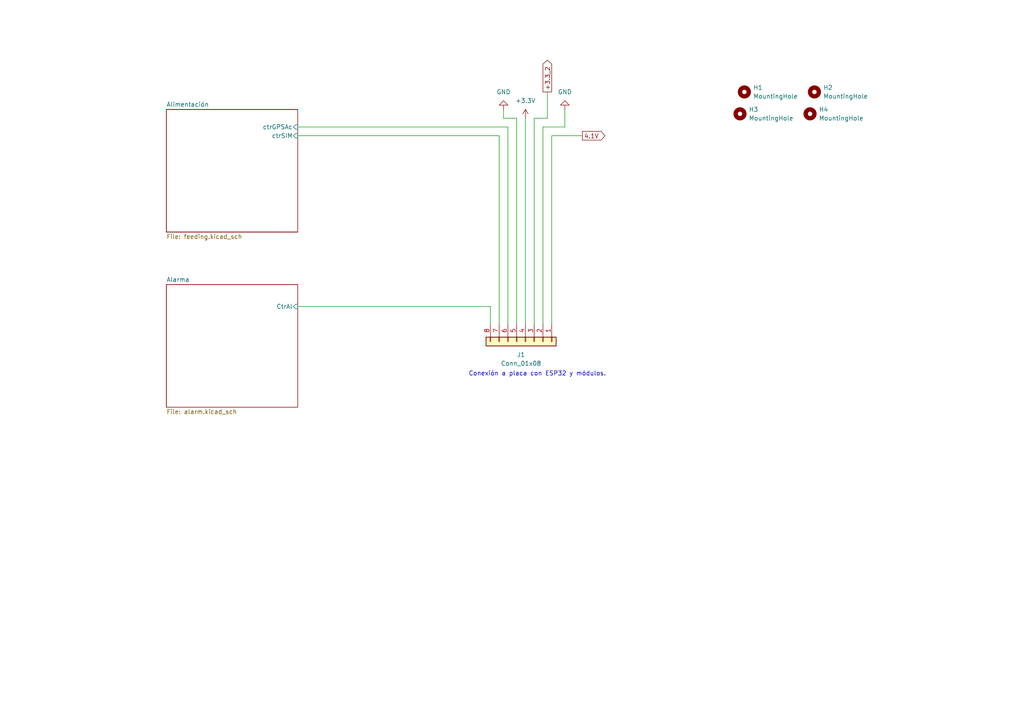
<source format=kicad_sch>
(kicad_sch (version 20230121) (generator eeschema)
  (paper "A4")
  (lib_symbols
    (symbol "Connector_Generic:Conn_01x08" (pin_names (offset 1.016) hide)
      (property "Reference" "J" (at 0 10.16 0))
      (property "Value" "Conn_01x08" (at 0 -12.7 0))
      (symbol "Conn_01x08_1_1"
        (rectangle (start -1.27 -10.033) (end 0 -10.287) (stroke (width 0.1524)))
        (rectangle (start -1.27 -7.493) (end 0 -7.747) (stroke (width 0.1524)))
        (rectangle (start -1.27 -4.953) (end 0 -5.207) (stroke (width 0.1524)))
        (rectangle (start -1.27 -2.413) (end 0 -2.667) (stroke (width 0.1524)))
        (rectangle (start -1.27 0.127) (end 0 -0.127) (stroke (width 0.1524)))
        (rectangle (start -1.27 2.667) (end 0 2.413) (stroke (width 0.1524)))
        (rectangle (start -1.27 5.207) (end 0 4.953) (stroke (width 0.1524)))
        (rectangle (start -1.27 7.747) (end 0 7.493) (stroke (width 0.1524)))
        (rectangle (start -1.27 8.89) (end 1.27 -11.43) (stroke (width 0.254)) (fill (type background)))
        (pin passive line (at -5.08 7.62 0) (length 3.81) (name "Pin_1") (number "1"))
        (pin passive line (at -5.08 5.08 0) (length 3.81) (name "Pin_2") (number "2"))
        (pin passive line (at -5.08 2.54 0) (length 3.81) (name "Pin_3") (number "3"))
        (pin passive line (at -5.08 0 0) (length 3.81) (name "Pin_4") (number "4"))
        (pin passive line (at -5.08 -2.54 0) (length 3.81) (name "Pin_5") (number "5"))
        (pin passive line (at -5.08 -5.08 0) (length 3.81) (name "Pin_6") (number "6"))
        (pin passive line (at -5.08 -7.62 0) (length 3.81) (name "Pin_7") (number "7"))
        (pin passive line (at -5.08 -10.16 0) (length 3.81) (name "Pin_8") (number "8"))
      )
    )
    (symbol "Mechanical:MountingHole" (pin_names (offset 1.016))
      (property "Reference" "H" (at 0 5.08 0))
      (property "Value" "MountingHole" (at 0 3.175 0))
      (symbol "MountingHole_0_1"
        (circle (center 0 0) (radius 1.27) (stroke (width 1.27)))
      )
    )
    (symbol "power:+3.3V" (power) (pin_names (offset 0))
      (property "Value" "+3.3V" (at 0 3.556 0))
      (symbol "+3.3V_0_1"
        (polyline (pts (xy -0.762 1.27) (xy 0 2.54)))
        (polyline (pts (xy 0 0) (xy 0 2.54)))
        (polyline (pts (xy 0 2.54) (xy 0.762 1.27)))
      )
      (symbol "+3.3V_1_1"
        (pin power_in line (at 0 0 90) (length 0) hide (name "+3.3V") (number "1"))
      )
    )
    (symbol "power:GND" (power) (pin_names (offset 0))
      (property "Value" "GND" (at 0 -3.81 0))
      (symbol "GND_0_1"
        (polyline (pts (xy 0 0) (xy 0 -1.27) (xy 1.27 -1.27) (xy 0 -2.54) (xy -1.27 -1.27) (xy 0 -1.27)))
      )
      (symbol "GND_1_1"
        (pin power_in line (at 0 0 270) (length 0) hide (name "GND") (number "1"))
      )
    )
  )
  (wire (pts (xy 144.78 39.37) (xy 144.78 93.98)))
  (wire (pts (xy 163.83 36.83) (xy 157.48 36.83)))
  (wire (pts (xy 86.36 88.9) (xy 142.24 88.9)))
  (wire (pts (xy 168.91 39.37) (xy 160.02 39.37)))
  (wire (pts (xy 86.36 39.37) (xy 144.78 39.37)))
  (wire (pts (xy 158.75 34.29) (xy 154.94 34.29)))
  (wire (pts (xy 146.05 31.75) (xy 146.05 34.29)))
  (wire (pts (xy 149.86 34.29) (xy 149.86 93.98)))
  (wire (pts (xy 157.48 36.83) (xy 157.48 93.98)))
  (wire (pts (xy 142.24 88.9) (xy 142.24 93.98)))
  (wire (pts (xy 160.02 39.37) (xy 160.02 93.98)))
  (wire (pts (xy 158.75 26.67) (xy 158.75 34.29)))
  (wire (pts (xy 86.36 36.83) (xy 147.32 36.83)))
  (wire (pts (xy 163.83 31.75) (xy 163.83 36.83)))
  (wire (pts (xy 146.05 34.29) (xy 149.86 34.29)))
  (wire (pts (xy 152.4 34.29) (xy 152.4 93.98)))
  (wire (pts (xy 147.32 36.83) (xy 147.32 93.98)))
  (wire (pts (xy 154.94 34.29) (xy 154.94 93.98)))
  (text "Conexión a placa con ESP32 y módulos." (at 135.89 109.22 0) (effects (font (size 1.27 1.27)) (justify left bottom)))
  (global_label "4.1V" (shape output) (at 168.91 39.37 0) (property "Intersheetrefs" "${INTERSHEET_REFS}" (effects hide)))
  (global_label "+3.3_2" (shape output) (at 158.75 26.67 90) (property "Intersheetrefs" "${INTERSHEET_REFS}" (effects hide)))
  (symbol (lib_id "Mechanical:MountingHole") (at 234.95 33.02 0) (unit 1)
    (property "Reference" "H4" (at 237.49 31.75 0) (effects (justify left)))
    (property "Value" "MountingHole" (at 237.49 34.29 0) (effects (justify left)))
    (property "Footprint" "MountingHole:MountingHole_2.2mm_M2" (effects hide))
  )
  (symbol (lib_id "power:+3.3V") (at 152.4 34.29 0) (unit 1)
    (property "Reference" "#PWR02" (effects hide))
    (property "Value" "+3.3V" (at 152.4 29.21 0))
  )
  (symbol (lib_id "power:GND") (at 163.83 31.75 180) (unit 1)
    (property "Reference" "#PWR03" (effects hide))
    (property "Value" "GND" (at 163.83 26.67 0))
  )
  (symbol (lib_id "Mechanical:MountingHole") (at 236.22 26.67 0) (unit 1)
    (property "Reference" "H2" (at 238.76 25.4 0) (effects (justify left)))
    (property "Value" "MountingHole" (at 238.76 27.94 0) (effects (justify left)))
    (property "Footprint" "MountingHole:MountingHole_2.2mm_M2" (effects hide))
  )
  (symbol (lib_id "Mechanical:MountingHole") (at 215.9 26.67 0) (unit 1)
    (property "Reference" "H1" (at 218.44 25.4 0) (effects (justify left)))
    (property "Value" "MountingHole" (at 218.44 27.94 0) (effects (justify left)))
    (property "Footprint" "MountingHole:MountingHole_2.2mm_M2" (effects hide))
  )
  (symbol (lib_id "power:GND") (at 146.05 31.75 180) (unit 1)
    (property "Reference" "#PWR01" (effects hide))
    (property "Value" "GND" (at 146.05 26.67 0))
  )
  (symbol (lib_id "Mechanical:MountingHole") (at 214.63 33.02 0) (unit 1)
    (property "Reference" "H3" (at 217.17 31.75 0) (effects (justify left)))
    (property "Value" "MountingHole" (at 217.17 34.29 0) (effects (justify left)))
    (property "Footprint" "MountingHole:MountingHole_2.2mm_M2" (effects hide))
  )
  (symbol (lib_id "Connector_Generic:Conn_01x08") (at 152.4 99.06 270) (unit 1)
    (property "Reference" "J1" (at 151.13 102.87 90))
    (property "Value" "Conn_01x08" (at 151.13 105.41 90))
    (property "Footprint" "Connector_JST:JST_XH_B8B-XH-A_1x08_P2.50mm_Vertical" (effects hide))
  )
  (sheet (at 48.26 31.75) (size 38.1 35.56) (stroke (width 0.1524))
    (property "Sheetname" "Alimentación" (at 48.26 31.0384 0) (effects (justify left bottom)))
    (property "Sheetfile" "feeding.kicad_sch" (at 48.26 67.8946 0) (effects (justify left top)))
    (pin "ctrGPSAc" input (at 86.36 36.83 0))
    (pin "ctrSIM" input (at 86.36 39.37 0))
  )
  (sheet (at 48.26 82.55) (size 38.1 35.56) (stroke (width 0.1524))
    (property "Sheetname" "Alarma" (at 48.26 81.8384 0) (effects (justify left bottom)))
    (property "Sheetfile" "alarm.kicad_sch" (at 48.26 118.6946 0) (effects (justify left top)))
    (pin "CtrAl" input (at 86.36 88.9 0))
  )
)
</source>
